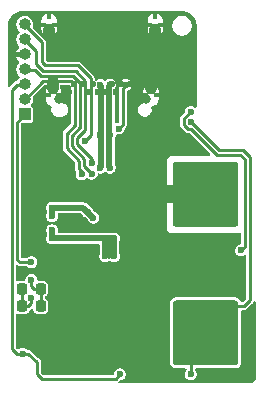
<source format=gbr>
%TF.GenerationSoftware,KiCad,Pcbnew,9.0.4*%
%TF.CreationDate,2025-09-03T13:38:36-07:00*%
%TF.ProjectId,k1-aioc,6b312d61-696f-4632-9e6b-696361645f70,rev?*%
%TF.SameCoordinates,Original*%
%TF.FileFunction,Copper,L2,Bot*%
%TF.FilePolarity,Positive*%
%FSLAX46Y46*%
G04 Gerber Fmt 4.6, Leading zero omitted, Abs format (unit mm)*
G04 Created by KiCad (PCBNEW 9.0.4) date 2025-09-03 13:38:36*
%MOMM*%
%LPD*%
G01*
G04 APERTURE LIST*
G04 Aperture macros list*
%AMRoundRect*
0 Rectangle with rounded corners*
0 $1 Rounding radius*
0 $2 $3 $4 $5 $6 $7 $8 $9 X,Y pos of 4 corners*
0 Add a 4 corners polygon primitive as box body*
4,1,4,$2,$3,$4,$5,$6,$7,$8,$9,$2,$3,0*
0 Add four circle primitives for the rounded corners*
1,1,$1+$1,$2,$3*
1,1,$1+$1,$4,$5*
1,1,$1+$1,$6,$7*
1,1,$1+$1,$8,$9*
0 Add four rect primitives between the rounded corners*
20,1,$1+$1,$2,$3,$4,$5,0*
20,1,$1+$1,$4,$5,$6,$7,0*
20,1,$1+$1,$6,$7,$8,$9,0*
20,1,$1+$1,$8,$9,$2,$3,0*%
G04 Aperture macros list end*
%TA.AperFunction,ComponentPad*%
%ADD10C,0.600000*%
%TD*%
%TA.AperFunction,ComponentPad*%
%ADD11O,1.000000X1.600000*%
%TD*%
%TA.AperFunction,ComponentPad*%
%ADD12C,0.800000*%
%TD*%
%TA.AperFunction,ComponentPad*%
%ADD13R,1.000000X1.000000*%
%TD*%
%TA.AperFunction,ComponentPad*%
%ADD14O,1.000000X1.000000*%
%TD*%
%TA.AperFunction,SMDPad,CuDef*%
%ADD15RoundRect,0.218750X0.218750X0.256250X-0.218750X0.256250X-0.218750X-0.256250X0.218750X-0.256250X0*%
%TD*%
%TA.AperFunction,SMDPad,CuDef*%
%ADD16RoundRect,0.218750X-0.218750X-0.256250X0.218750X-0.256250X0.218750X0.256250X-0.218750X0.256250X0*%
%TD*%
%TA.AperFunction,ViaPad*%
%ADD17C,0.600000*%
%TD*%
%TA.AperFunction,Conductor*%
%ADD18C,0.250000*%
%TD*%
%TA.AperFunction,Conductor*%
%ADD19C,0.500000*%
%TD*%
G04 APERTURE END LIST*
D10*
%TO.P,J1,B12,GND*%
%TO.N,GND*%
X114300000Y-86830000D03*
%TO.P,J1,B1,GND*%
X108700000Y-86830000D03*
%TO.P,J1,B2,SSTXp2*%
%TO.N,unconnected-(J1-SSTXp2-PadB2)*%
X109100000Y-86130000D03*
%TO.P,J1,B11,SSRXp1*%
%TO.N,unconnected-(J1-SSRXp1-PadB11)*%
X113900000Y-86130000D03*
%TO.P,J1,B3,SSIXn2*%
%TO.N,unconnected-(J1-SSIXn2-PadB3)*%
X109900000Y-86130000D03*
%TO.P,J1,B10,SSRXn1*%
%TO.N,unconnected-(J1-SSRXn1-PadB10)*%
X113100000Y-86130000D03*
%TO.P,J1,B5,CC2*%
%TO.N,Net-(J1-CC2)*%
X110700000Y-86130000D03*
%TO.P,J1,B8,SUB2*%
%TO.N,unconnected-(J1-SUB2-PadB8)*%
X112300000Y-86130000D03*
%TO.P,J1,B4,VBUS*%
%TO.N,/VBUS*%
X110300000Y-86830000D03*
%TO.P,J1,B9,VBUS*%
X112700000Y-86830000D03*
%TO.P,J1,B6,DP2*%
%TO.N,/USB-DP*%
X111100000Y-86830000D03*
%TO.P,J1,B7,DN2*%
%TO.N,/USB-DN*%
X111900000Y-86830000D03*
D11*
%TO.P,J1,25,25*%
%TO.N,GND*%
X107370000Y-86230000D03*
X115630000Y-86230000D03*
X107010000Y-81840000D03*
X115990000Y-81840000D03*
D12*
%TO.P,J1,*%
%TO.N,*%
X115170000Y-87480000D03*
X107830000Y-87480000D03*
%TD*%
D13*
%TO.P,J2,1,Pin_1*%
%TO.N,/BOOT0*%
X104925000Y-88750000D03*
D14*
%TO.P,J2,2,Pin_2*%
%TO.N,/SWO*%
X104925000Y-87480000D03*
%TO.P,J2,3,Pin_3*%
%TO.N,/NRST*%
X104925000Y-86210000D03*
%TO.P,J2,4,Pin_4*%
%TO.N,/SWDIO*%
X104925000Y-84940000D03*
%TO.P,J2,5,Pin_5*%
%TO.N,GND*%
X104925000Y-83670000D03*
%TO.P,J2,6,Pin_6*%
%TO.N,/SWCLK*%
X104925000Y-82400000D03*
%TO.P,J2,7,Pin_7*%
%TO.N,+3V3*%
X104925000Y-81130000D03*
%TD*%
D15*
%TO.P,D4,1,K*%
%TO.N,Net-(D1-A)*%
X106287500Y-105000000D03*
%TO.P,D4,2,A*%
%TO.N,Net-(D1-K)*%
X104712500Y-105000000D03*
%TD*%
D16*
%TO.P,D3,1,K*%
%TO.N,Net-(D1-K)*%
X104712500Y-103500000D03*
%TO.P,D3,2,A*%
%TO.N,Net-(D1-A)*%
X106287500Y-103500000D03*
%TD*%
D17*
%TO.N,GND*%
X114250000Y-106250000D03*
X115500000Y-97500000D03*
X113000270Y-83951369D03*
X105800000Y-94750000D03*
X116500000Y-94500000D03*
X118950000Y-83250000D03*
X107750000Y-107500000D03*
X115000000Y-102000000D03*
X113000000Y-96500000D03*
X110000000Y-100250000D03*
X118950000Y-84750000D03*
X109250000Y-103750000D03*
X112250000Y-102000000D03*
X107250000Y-89750000D03*
X113750000Y-110000000D03*
X110750000Y-107500000D03*
X112000000Y-97500000D03*
X105250000Y-89769502D03*
X105500000Y-98000000D03*
X110000000Y-98250000D03*
X114000000Y-99000000D03*
X116000270Y-83951369D03*
X117000000Y-92000000D03*
X109250000Y-102750000D03*
X114500000Y-101000000D03*
X107000000Y-83950000D03*
X105500000Y-99750000D03*
X117250000Y-103750000D03*
X110000000Y-101000000D03*
X106750000Y-107500000D03*
X114000000Y-92000000D03*
X113000000Y-97500000D03*
X113000000Y-102000000D03*
X106250000Y-89750000D03*
X114500000Y-86250000D03*
X107250000Y-104750000D03*
X121750000Y-100500000D03*
X116500000Y-95500000D03*
X111750000Y-107502432D03*
X114750000Y-98250000D03*
X115750000Y-110000000D03*
X114000000Y-96500000D03*
X113750000Y-108500000D03*
X114499400Y-83950576D03*
X112000000Y-96500000D03*
X108500270Y-83951369D03*
X105200000Y-94750000D03*
X116500000Y-103000000D03*
X111500270Y-83951369D03*
X122750000Y-101250000D03*
X115500000Y-99000000D03*
X109250000Y-110000000D03*
X111000000Y-96500000D03*
X115500000Y-101000000D03*
X111500000Y-102000000D03*
X118950000Y-86250000D03*
X109250000Y-104750000D03*
X115500000Y-92000000D03*
X118950000Y-87750000D03*
X110000270Y-83951369D03*
X122750000Y-102750000D03*
X115750000Y-106250000D03*
%TO.N,/SWCLK*%
X110600000Y-92866006D03*
%TO.N,/SWDIO*%
X110600000Y-93774076D03*
%TO.N,/USB-DP*%
X111350000Y-86250000D03*
X111350000Y-90500000D03*
X111350000Y-93250000D03*
%TO.N,/USB-DN*%
X112150000Y-86250000D03*
X112150000Y-90500000D03*
X112150000Y-93250000D03*
%TO.N,+3V3*%
X110274500Y-97000000D03*
X110000000Y-91000000D03*
X110750000Y-97500000D03*
X107250000Y-96650000D03*
X107250000Y-97350000D03*
%TO.N,+3.3VA*%
X111750000Y-99250000D03*
X112500000Y-99250000D03*
X107250000Y-99250000D03*
X111750000Y-100750000D03*
X107250000Y-98550000D03*
X112500000Y-100750000D03*
%TO.N,GND*%
X113500000Y-86250000D03*
X112899500Y-89942499D03*
%TO.N,/RADIO-RX-PTT1*%
X119000000Y-110750000D03*
X119011829Y-89364195D03*
%TO.N,/RADIO-TX*%
X123250000Y-100250000D03*
X119003182Y-88547732D03*
%TO.N,/NRST*%
X113000000Y-110750000D03*
X104750000Y-109000000D03*
%TO.N,/SWO*%
X109750000Y-93819338D03*
%TO.N,/BOOT0*%
X105500000Y-101250000D03*
%TO.N,Net-(D1-K)*%
X105500000Y-104250000D03*
%TO.N,Net-(D1-A)*%
X105500000Y-102750000D03*
%TD*%
D18*
%TO.N,/SWCLK*%
X105925000Y-83420000D02*
X104925000Y-82420000D01*
X109247792Y-85050000D02*
X106505408Y-85050000D01*
X110600000Y-92483884D02*
X109375000Y-91258884D01*
X110600000Y-92866006D02*
X110600000Y-92483884D01*
X109375000Y-91258884D02*
X109375000Y-90741116D01*
X110075500Y-90040616D02*
X110075500Y-85877708D01*
X106505408Y-85050000D02*
X105925000Y-84469592D01*
X109375000Y-90741116D02*
X110075500Y-90040616D01*
X110075500Y-85877708D02*
X109247792Y-85050000D01*
X105925000Y-84469592D02*
X105925000Y-83420000D01*
%TO.N,/SWDIO*%
X109061396Y-85500000D02*
X106319012Y-85500000D01*
X109625500Y-86064104D02*
X109061396Y-85500000D01*
X109625500Y-89854220D02*
X109625500Y-86064104D01*
X109975000Y-92495280D02*
X108925000Y-91445280D01*
X108925000Y-90554720D02*
X109625500Y-89854220D01*
X110600000Y-93774076D02*
X109975000Y-93149076D01*
X109975000Y-93149076D02*
X109975000Y-92495280D01*
X105779012Y-84960000D02*
X104925000Y-84960000D01*
X106319012Y-85500000D02*
X105779012Y-84960000D01*
X108925000Y-91445280D02*
X108925000Y-90554720D01*
D19*
%TO.N,/USB-DP*%
X111400000Y-86300000D02*
X111400000Y-93200000D01*
X111350000Y-86250000D02*
X111400000Y-86300000D01*
X111400000Y-93200000D02*
X111350000Y-93250000D01*
%TO.N,/USB-DN*%
X112100000Y-93200000D02*
X112150000Y-93250000D01*
X112100000Y-86300000D02*
X112100000Y-93200000D01*
X112150000Y-86250000D02*
X112100000Y-86300000D01*
D18*
%TO.N,+3V3*%
X106691804Y-84600000D02*
X109434188Y-84600000D01*
X104925000Y-81150000D02*
X106375000Y-82600000D01*
D19*
X110274500Y-97000000D02*
X110250000Y-97000000D01*
X107250000Y-96650000D02*
X107250000Y-97350000D01*
D18*
X110525500Y-90474500D02*
X110000000Y-91000000D01*
X106375000Y-82600000D02*
X106375000Y-84283196D01*
X110525500Y-85691312D02*
X110525500Y-90474500D01*
D19*
X110250000Y-97000000D02*
X110750000Y-97500000D01*
X107250000Y-96650000D02*
X109900000Y-96650000D01*
D18*
X109434188Y-84600000D02*
X110525500Y-85691312D01*
D19*
X109900000Y-96650000D02*
X110750000Y-97500000D01*
D18*
X106375000Y-84283196D02*
X106691804Y-84600000D01*
D19*
%TO.N,+3.3VA*%
X112500000Y-99250000D02*
X112500000Y-100750000D01*
X107250000Y-99250000D02*
X107250000Y-98550000D01*
X112100000Y-99250000D02*
X112100000Y-100750000D01*
X111750000Y-99250000D02*
X112250000Y-99250000D01*
X111750000Y-99250000D02*
X111750000Y-100750000D01*
X111750000Y-99250000D02*
X107250000Y-99250000D01*
X112250000Y-99250000D02*
X112500000Y-99250000D01*
D18*
%TO.N,*%
X113250000Y-86500000D02*
X113250000Y-89591999D01*
X113500000Y-86250000D02*
X113250000Y-86500000D01*
X113250000Y-89591999D02*
X112899500Y-89942499D01*
%TO.N,/RADIO-RX-PTT1*%
X124000000Y-92363604D02*
X123386396Y-91750000D01*
X121397634Y-91750000D02*
X119011829Y-89364195D01*
X124000000Y-103750000D02*
X124000000Y-92363604D01*
X123386396Y-91750000D02*
X121397634Y-91750000D01*
X123500000Y-105000000D02*
X122500000Y-105000000D01*
X124000000Y-104500000D02*
X123500000Y-105000000D01*
X124000000Y-103750000D02*
X124000000Y-104500000D01*
X119000000Y-110750000D02*
X119000000Y-109000000D01*
%TO.N,/RADIO-TX*%
X118739195Y-89989195D02*
X118386829Y-89636829D01*
X123200000Y-92200000D02*
X121211238Y-92200000D01*
X123550000Y-92550000D02*
X123200000Y-92200000D01*
X118386829Y-89636829D02*
X118386829Y-89105311D01*
X118386829Y-89105311D02*
X118944408Y-88547732D01*
X118944408Y-88547732D02*
X119003182Y-88547732D01*
X123550000Y-99950000D02*
X123550000Y-92550000D01*
X121211238Y-92200000D02*
X119000433Y-89989195D01*
X123250000Y-100250000D02*
X123550000Y-99950000D01*
X119000433Y-89989195D02*
X118739195Y-89989195D01*
%TO.N,/NRST*%
X104750000Y-109000000D02*
X105250000Y-109000000D01*
X106375000Y-111125000D02*
X106000000Y-110750000D01*
X113000000Y-110750000D02*
X112625000Y-111125000D01*
X104925000Y-86230000D02*
X104270000Y-86230000D01*
X103850000Y-108600000D02*
X103850000Y-106500000D01*
X106000000Y-110750000D02*
X106000000Y-109750000D01*
X104250000Y-109000000D02*
X103850000Y-108600000D01*
X105875000Y-109625000D02*
X105250000Y-109000000D01*
X112625000Y-111125000D02*
X106375000Y-111125000D01*
X103850000Y-86650000D02*
X103850000Y-106600000D01*
X104270000Y-86230000D02*
X103850000Y-86650000D01*
X106000000Y-109750000D02*
X105875000Y-109625000D01*
X105250000Y-109000000D02*
X104250000Y-109000000D01*
%TO.N,/SWO*%
X108475000Y-90368324D02*
X109175500Y-89667824D01*
X108875000Y-85950000D02*
X106475000Y-85950000D01*
X109175500Y-86250500D02*
X108875000Y-85950000D01*
X109525000Y-92681676D02*
X108475000Y-91631676D01*
X106475000Y-85950000D02*
X104925000Y-87500000D01*
X109750000Y-93560472D02*
X109525000Y-93335472D01*
X109525000Y-93335472D02*
X109525000Y-92681676D01*
X108475000Y-91631676D02*
X108475000Y-90368324D01*
X109750000Y-93819338D02*
X109750000Y-93560472D01*
X109175500Y-89667824D02*
X109175500Y-86250500D01*
%TO.N,/BOOT0*%
X104300000Y-101050000D02*
X104500000Y-101250000D01*
X104300000Y-89395000D02*
X104300000Y-101050000D01*
X104925000Y-88770000D02*
X104300000Y-89395000D01*
X104500000Y-101250000D02*
X105500000Y-101250000D01*
%TO.N,Net-(D1-K)*%
X104712500Y-103500000D02*
X104712500Y-105000000D01*
X105250000Y-105000000D02*
X104712500Y-105000000D01*
X105500000Y-104750000D02*
X105250000Y-105000000D01*
X105500000Y-104250000D02*
X105500000Y-104750000D01*
%TO.N,Net-(D1-A)*%
X106287500Y-103500000D02*
X106287500Y-105000000D01*
X105500000Y-102750000D02*
X105500000Y-103250000D01*
X105750000Y-103500000D02*
X106287500Y-103500000D01*
X105500000Y-103250000D02*
X105750000Y-103500000D01*
%TD*%
%TA.AperFunction,Conductor*%
%TO.N,GND*%
G36*
X118253875Y-80000804D02*
G01*
X118423172Y-80014128D01*
X118432587Y-80015326D01*
X118469395Y-80021816D01*
X118475258Y-80023035D01*
X118621073Y-80058043D01*
X118631786Y-80061267D01*
X118657816Y-80070741D01*
X118661706Y-80072254D01*
X118810068Y-80133707D01*
X118823904Y-80140758D01*
X118977796Y-80235063D01*
X118990361Y-80244192D01*
X119127608Y-80361412D01*
X119138590Y-80372394D01*
X119255807Y-80509638D01*
X119264938Y-80522206D01*
X119359239Y-80676091D01*
X119366292Y-80689933D01*
X119427718Y-80838230D01*
X119429283Y-80842255D01*
X119438723Y-80868191D01*
X119441959Y-80878940D01*
X119476956Y-81024712D01*
X119478187Y-81030632D01*
X119484671Y-81067405D01*
X119485870Y-81076828D01*
X119499195Y-81246124D01*
X119499500Y-81253892D01*
X119499500Y-88097229D01*
X119480593Y-88155420D01*
X119431093Y-88191384D01*
X119369907Y-88191384D01*
X119330498Y-88167234D01*
X119310496Y-88147232D01*
X119310493Y-88147230D01*
X119310491Y-88147228D01*
X119196371Y-88081341D01*
X119196373Y-88081341D01*
X119146981Y-88068107D01*
X119069074Y-88047232D01*
X118937290Y-88047232D01*
X118859382Y-88068107D01*
X118809991Y-88081341D01*
X118695872Y-88147228D01*
X118602678Y-88240422D01*
X118536791Y-88354541D01*
X118502682Y-88481841D01*
X118502682Y-88488123D01*
X118483775Y-88546314D01*
X118473686Y-88558126D01*
X118126364Y-88905448D01*
X118126360Y-88905453D01*
X118083511Y-88979671D01*
X118083510Y-88979671D01*
X118083511Y-88979672D01*
X118062823Y-89056881D01*
X118061329Y-89062458D01*
X118061329Y-89593976D01*
X118061329Y-89679682D01*
X118071499Y-89717638D01*
X118083512Y-89762472D01*
X118126360Y-89836686D01*
X118126364Y-89836691D01*
X118478728Y-90189054D01*
X118478730Y-90189057D01*
X118539333Y-90249660D01*
X118571097Y-90267999D01*
X118613556Y-90292513D01*
X118696339Y-90314695D01*
X118696341Y-90314696D01*
X118696342Y-90314696D01*
X118788111Y-90314696D01*
X118788127Y-90314695D01*
X118824598Y-90314695D01*
X118882789Y-90333602D01*
X118894602Y-90343691D01*
X120631907Y-92080996D01*
X120659684Y-92135513D01*
X120650113Y-92195945D01*
X120606848Y-92239210D01*
X120561903Y-92250000D01*
X117250000Y-92250000D01*
X117000000Y-92500000D01*
X117000000Y-94750000D01*
X117500000Y-94750000D01*
X117500000Y-96250000D01*
X117000000Y-96250000D01*
X117000000Y-98502475D01*
X117000001Y-98502476D01*
X117249998Y-98749999D01*
X117250000Y-98750000D01*
X123125500Y-98750000D01*
X123183691Y-98768907D01*
X123219655Y-98818407D01*
X123224500Y-98849000D01*
X123224500Y-99662711D01*
X123205593Y-99720902D01*
X123156093Y-99756866D01*
X123151125Y-99758337D01*
X123056814Y-99783608D01*
X123056812Y-99783608D01*
X123056808Y-99783610D01*
X122942690Y-99849496D01*
X122849496Y-99942690D01*
X122783609Y-100056809D01*
X122783608Y-100056814D01*
X122749500Y-100184108D01*
X122749500Y-100315892D01*
X122779579Y-100428151D01*
X122783609Y-100443190D01*
X122849496Y-100557309D01*
X122849498Y-100557311D01*
X122849500Y-100557314D01*
X122942686Y-100650500D01*
X122942688Y-100650501D01*
X122942690Y-100650503D01*
X123056810Y-100716390D01*
X123056808Y-100716390D01*
X123056812Y-100716391D01*
X123056814Y-100716392D01*
X123184108Y-100750500D01*
X123184110Y-100750500D01*
X123315890Y-100750500D01*
X123315892Y-100750500D01*
X123443186Y-100716392D01*
X123526001Y-100668578D01*
X123585847Y-100655857D01*
X123641743Y-100680743D01*
X123672336Y-100733731D01*
X123674500Y-100754315D01*
X123674500Y-104324165D01*
X123655593Y-104382356D01*
X123645503Y-104394169D01*
X123396968Y-104642703D01*
X123342452Y-104670480D01*
X123282020Y-104660909D01*
X123238755Y-104617644D01*
X123232231Y-104601444D01*
X123225605Y-104579602D01*
X123206792Y-104534184D01*
X123182815Y-104489324D01*
X123156471Y-104449896D01*
X123133759Y-104420658D01*
X123133756Y-104420654D01*
X123109812Y-104393997D01*
X123109810Y-104393995D01*
X123109794Y-104393977D01*
X123103486Y-104387201D01*
X123103483Y-104387199D01*
X123103481Y-104387196D01*
X123102060Y-104386210D01*
X123091370Y-104377277D01*
X123091321Y-104377331D01*
X123091310Y-104377346D01*
X123091309Y-104377345D01*
X123091229Y-104377434D01*
X123089427Y-104375800D01*
X123050104Y-104343529D01*
X123022567Y-104325130D01*
X123010676Y-104317185D01*
X123010673Y-104317183D01*
X123010671Y-104317182D01*
X122965822Y-104293210D01*
X122965817Y-104293208D01*
X122965812Y-104293205D01*
X122956941Y-104289530D01*
X122920391Y-104274391D01*
X122920392Y-104274391D01*
X122871714Y-104259626D01*
X122812791Y-104247906D01*
X122787613Y-104244171D01*
X122763038Y-104241751D01*
X122763029Y-104241750D01*
X122757575Y-104241482D01*
X122737590Y-104240500D01*
X117762410Y-104240500D01*
X117744241Y-104241392D01*
X117736970Y-104241750D01*
X117736965Y-104241750D01*
X117712413Y-104244169D01*
X117712406Y-104244169D01*
X117712394Y-104244171D01*
X117712385Y-104244172D01*
X117712371Y-104244174D01*
X117687239Y-104247901D01*
X117687196Y-104247908D01*
X117628295Y-104259623D01*
X117628275Y-104259628D01*
X117579608Y-104274391D01*
X117534203Y-104293198D01*
X117534176Y-104293210D01*
X117489320Y-104317186D01*
X117449902Y-104343523D01*
X117449891Y-104343531D01*
X117410566Y-104375805D01*
X117375801Y-104410570D01*
X117343531Y-104449891D01*
X117317185Y-104489323D01*
X117293202Y-104534192D01*
X117293198Y-104534201D01*
X117274390Y-104579613D01*
X117274389Y-104579616D01*
X117259627Y-104628278D01*
X117256211Y-104645455D01*
X117247907Y-104687203D01*
X117246030Y-104699860D01*
X117244171Y-104712394D01*
X117244168Y-104712415D01*
X117241751Y-104736960D01*
X117241750Y-104736973D01*
X117240500Y-104762409D01*
X117240500Y-109737590D01*
X117241482Y-109757575D01*
X117241750Y-109763029D01*
X117241751Y-109763038D01*
X117244171Y-109787610D01*
X117244171Y-109787616D01*
X117247906Y-109812791D01*
X117259626Y-109871713D01*
X117259626Y-109871715D01*
X117274391Y-109920392D01*
X117290861Y-109960155D01*
X117293205Y-109965812D01*
X117293208Y-109965817D01*
X117293210Y-109965822D01*
X117316246Y-110008919D01*
X117317185Y-110010676D01*
X117330531Y-110030650D01*
X117343528Y-110050103D01*
X117343530Y-110050105D01*
X117375804Y-110089431D01*
X117410569Y-110124196D01*
X117449896Y-110156471D01*
X117489324Y-110182815D01*
X117489327Y-110182817D01*
X117508432Y-110193028D01*
X117534184Y-110206792D01*
X117579602Y-110225605D01*
X117628283Y-110240373D01*
X117687203Y-110252093D01*
X117687210Y-110252094D01*
X117687220Y-110252096D01*
X117698498Y-110253768D01*
X117712394Y-110255829D01*
X117736975Y-110258250D01*
X117762410Y-110259500D01*
X118543679Y-110259500D01*
X118601870Y-110278407D01*
X118637834Y-110327907D01*
X118637834Y-110389093D01*
X118613684Y-110428501D01*
X118599500Y-110442686D01*
X118599497Y-110442689D01*
X118599496Y-110442690D01*
X118533609Y-110556809D01*
X118521974Y-110600232D01*
X118499500Y-110684108D01*
X118499500Y-110815892D01*
X118499867Y-110817261D01*
X118533609Y-110943190D01*
X118599496Y-111057309D01*
X118599498Y-111057311D01*
X118599500Y-111057314D01*
X118692686Y-111150500D01*
X118692688Y-111150501D01*
X118692690Y-111150503D01*
X118806810Y-111216390D01*
X118806808Y-111216390D01*
X118806812Y-111216391D01*
X118806814Y-111216392D01*
X118934108Y-111250500D01*
X118934110Y-111250500D01*
X119065890Y-111250500D01*
X119065892Y-111250500D01*
X119193186Y-111216392D01*
X119193188Y-111216390D01*
X119193190Y-111216390D01*
X119307309Y-111150503D01*
X119307309Y-111150502D01*
X119307314Y-111150500D01*
X119400500Y-111057314D01*
X119430398Y-111005529D01*
X119466390Y-110943190D01*
X119466390Y-110943188D01*
X119466392Y-110943186D01*
X119500500Y-110815892D01*
X119500500Y-110684108D01*
X119466392Y-110556814D01*
X119466390Y-110556811D01*
X119466390Y-110556809D01*
X119400503Y-110442690D01*
X119400501Y-110442688D01*
X119400500Y-110442686D01*
X119386315Y-110428501D01*
X119358540Y-110373987D01*
X119368111Y-110313555D01*
X119411376Y-110270290D01*
X119456321Y-110259500D01*
X122737576Y-110259500D01*
X122737590Y-110259500D01*
X122763026Y-110258250D01*
X122787606Y-110255829D01*
X122812796Y-110252093D01*
X122871716Y-110240373D01*
X122920397Y-110225605D01*
X122965815Y-110206792D01*
X123010675Y-110182815D01*
X123050103Y-110156471D01*
X123089430Y-110124196D01*
X123124196Y-110089430D01*
X123156471Y-110050103D01*
X123182815Y-110010675D01*
X123201134Y-109978505D01*
X123216612Y-109946154D01*
X123220471Y-109937700D01*
X123220831Y-109936039D01*
X123224990Y-109922776D01*
X123224890Y-109922746D01*
X123224892Y-109922739D01*
X123224780Y-109922699D01*
X123225588Y-109920437D01*
X123225597Y-109920417D01*
X123240372Y-109871718D01*
X123252092Y-109812800D01*
X123252094Y-109812791D01*
X123255051Y-109792856D01*
X123255830Y-109787606D01*
X123258251Y-109763024D01*
X123259500Y-109737590D01*
X123259500Y-105424500D01*
X123278407Y-105366309D01*
X123327907Y-105330345D01*
X123358500Y-105325500D01*
X123542851Y-105325500D01*
X123542853Y-105325500D01*
X123625639Y-105303318D01*
X123625641Y-105303316D01*
X123625643Y-105303316D01*
X123699857Y-105260468D01*
X123699857Y-105260467D01*
X123699862Y-105260465D01*
X124199859Y-104760466D01*
X124199862Y-104760465D01*
X124260465Y-104699862D01*
X124301791Y-104628283D01*
X124303318Y-104625639D01*
X124306413Y-104614087D01*
X124308622Y-104608584D01*
X124324612Y-104589436D01*
X124338196Y-104568519D01*
X124343914Y-104566323D01*
X124347842Y-104561621D01*
X124372033Y-104555529D01*
X124395317Y-104546591D01*
X124401233Y-104548176D01*
X124407175Y-104546680D01*
X124430323Y-104555969D01*
X124454417Y-104562425D01*
X124458272Y-104567186D01*
X124463958Y-104569468D01*
X124477225Y-104590589D01*
X124492924Y-104609975D01*
X124494398Y-104617929D01*
X124496503Y-104621280D01*
X124496106Y-104627146D01*
X124499500Y-104645455D01*
X124499500Y-110994443D01*
X124498877Y-111005529D01*
X124488774Y-111095182D01*
X124486025Y-111109716D01*
X124482241Y-111123840D01*
X124480058Y-111130917D01*
X124453718Y-111206193D01*
X124444099Y-111226167D01*
X124396460Y-111301985D01*
X124382638Y-111319318D01*
X124319319Y-111382637D01*
X124301986Y-111396459D01*
X124226167Y-111444099D01*
X124206194Y-111453717D01*
X124130924Y-111480055D01*
X124123845Y-111482239D01*
X124109713Y-111486025D01*
X124095181Y-111488774D01*
X124019064Y-111497351D01*
X124005527Y-111498877D01*
X123994444Y-111499500D01*
X112949834Y-111499500D01*
X112927783Y-111492335D01*
X112904888Y-111488709D01*
X112899240Y-111483061D01*
X112891643Y-111480593D01*
X112878014Y-111461834D01*
X112861624Y-111445444D01*
X112860374Y-111437556D01*
X112855679Y-111431093D01*
X112855679Y-111407906D01*
X112852053Y-111385012D01*
X112855679Y-111377895D01*
X112855679Y-111369907D01*
X112879831Y-111330496D01*
X112930832Y-111279496D01*
X112985349Y-111251719D01*
X113000835Y-111250500D01*
X113065890Y-111250500D01*
X113065892Y-111250500D01*
X113193186Y-111216392D01*
X113193188Y-111216390D01*
X113193190Y-111216390D01*
X113307309Y-111150503D01*
X113307309Y-111150502D01*
X113307314Y-111150500D01*
X113400500Y-111057314D01*
X113430398Y-111005529D01*
X113466390Y-110943190D01*
X113466390Y-110943188D01*
X113466392Y-110943186D01*
X113500500Y-110815892D01*
X113500500Y-110684108D01*
X113466392Y-110556814D01*
X113466390Y-110556811D01*
X113466390Y-110556809D01*
X113400503Y-110442690D01*
X113400501Y-110442688D01*
X113400500Y-110442686D01*
X113307314Y-110349500D01*
X113307311Y-110349498D01*
X113307309Y-110349496D01*
X113193189Y-110283609D01*
X113193191Y-110283609D01*
X113143482Y-110270290D01*
X113065892Y-110249500D01*
X112934108Y-110249500D01*
X112856518Y-110270290D01*
X112806809Y-110283609D01*
X112692690Y-110349496D01*
X112599496Y-110442690D01*
X112533609Y-110556809D01*
X112521974Y-110600232D01*
X112501803Y-110675515D01*
X112499500Y-110684109D01*
X112499500Y-110700500D01*
X112480593Y-110758691D01*
X112431093Y-110794655D01*
X112400500Y-110799500D01*
X106550835Y-110799500D01*
X106543237Y-110797031D01*
X106535348Y-110798281D01*
X106514692Y-110787756D01*
X106492644Y-110780593D01*
X106480831Y-110770504D01*
X106354496Y-110644169D01*
X106326719Y-110589652D01*
X106325500Y-110574165D01*
X106325500Y-109800840D01*
X106325501Y-109800827D01*
X106325501Y-109707149D01*
X106325501Y-109707147D01*
X106303318Y-109624361D01*
X106278945Y-109582147D01*
X106260465Y-109550138D01*
X106199862Y-109489535D01*
X106199860Y-109489534D01*
X106074862Y-109364535D01*
X105449862Y-108739535D01*
X105449859Y-108739533D01*
X105449857Y-108739531D01*
X105375642Y-108696683D01*
X105375644Y-108696683D01*
X105343521Y-108688076D01*
X105292853Y-108674500D01*
X105292851Y-108674500D01*
X105173322Y-108674500D01*
X105115131Y-108655593D01*
X105103319Y-108645504D01*
X105057315Y-108599500D01*
X105057309Y-108599496D01*
X104943189Y-108533609D01*
X104943191Y-108533609D01*
X104893799Y-108520375D01*
X104815892Y-108499500D01*
X104684108Y-108499500D01*
X104606200Y-108520375D01*
X104556809Y-108533609D01*
X104442684Y-108599500D01*
X104437536Y-108603451D01*
X104435847Y-108601251D01*
X104432254Y-108603077D01*
X104421201Y-108614131D01*
X104405666Y-108616591D01*
X104391647Y-108623717D01*
X104376210Y-108621256D01*
X104360769Y-108623702D01*
X104346754Y-108616561D01*
X104331224Y-108614086D01*
X104306252Y-108595925D01*
X104204496Y-108494169D01*
X104176719Y-108439652D01*
X104175500Y-108424165D01*
X104175500Y-105726182D01*
X104194407Y-105667991D01*
X104243907Y-105632027D01*
X104305093Y-105632027D01*
X104319445Y-105637972D01*
X104362580Y-105659951D01*
X104429130Y-105670491D01*
X104460751Y-105675500D01*
X104460754Y-105675500D01*
X104964249Y-105675500D01*
X104992803Y-105670976D01*
X105062420Y-105659951D01*
X105180751Y-105599658D01*
X105274658Y-105505751D01*
X105334951Y-105387420D01*
X105338130Y-105367346D01*
X105341770Y-105360201D01*
X105341776Y-105352179D01*
X105352770Y-105338611D01*
X105365904Y-105312834D01*
X105377774Y-105302703D01*
X105381943Y-105299678D01*
X105449862Y-105260465D01*
X105486520Y-105223806D01*
X105492852Y-105219213D01*
X105514871Y-105212074D01*
X105535500Y-105201564D01*
X105543423Y-105202818D01*
X105551055Y-105200345D01*
X105573067Y-105207513D01*
X105595932Y-105211135D01*
X105601604Y-105216807D01*
X105609233Y-105219292D01*
X105622827Y-105238029D01*
X105639197Y-105254399D01*
X105642056Y-105264534D01*
X105645163Y-105268816D01*
X105645158Y-105275528D01*
X105647985Y-105285547D01*
X105648891Y-105285404D01*
X105665049Y-105387419D01*
X105665050Y-105387423D01*
X105683942Y-105424500D01*
X105725342Y-105505751D01*
X105819249Y-105599658D01*
X105937580Y-105659951D01*
X106004130Y-105670491D01*
X106035751Y-105675500D01*
X106035754Y-105675500D01*
X106539249Y-105675500D01*
X106567803Y-105670976D01*
X106637420Y-105659951D01*
X106755751Y-105599658D01*
X106849658Y-105505751D01*
X106909951Y-105387420D01*
X106925500Y-105289246D01*
X106925500Y-104710754D01*
X106909951Y-104612580D01*
X106849658Y-104494249D01*
X106755751Y-104400342D01*
X106743259Y-104393977D01*
X106667054Y-104355148D01*
X106650664Y-104338758D01*
X106631907Y-104325130D01*
X106629438Y-104317531D01*
X106623790Y-104311883D01*
X106613000Y-104266939D01*
X106613000Y-104233060D01*
X106631907Y-104174869D01*
X106667051Y-104144852D01*
X106755751Y-104099658D01*
X106849658Y-104005751D01*
X106909951Y-103887420D01*
X106925500Y-103789246D01*
X106925500Y-103210754D01*
X106909951Y-103112580D01*
X106849658Y-102994249D01*
X106755751Y-102900342D01*
X106751631Y-102898243D01*
X106637423Y-102840050D01*
X106637420Y-102840049D01*
X106612876Y-102836161D01*
X106539249Y-102824500D01*
X106539246Y-102824500D01*
X106099500Y-102824500D01*
X106041309Y-102805593D01*
X106005345Y-102756093D01*
X106000500Y-102725500D01*
X106000500Y-102684109D01*
X106000500Y-102684108D01*
X105966392Y-102556814D01*
X105966390Y-102556811D01*
X105966390Y-102556809D01*
X105900503Y-102442690D01*
X105900501Y-102442688D01*
X105900500Y-102442686D01*
X105807314Y-102349500D01*
X105807311Y-102349498D01*
X105807309Y-102349496D01*
X105693189Y-102283609D01*
X105693191Y-102283609D01*
X105643799Y-102270375D01*
X105565892Y-102249500D01*
X105434108Y-102249500D01*
X105356200Y-102270375D01*
X105306809Y-102283609D01*
X105192690Y-102349496D01*
X105099496Y-102442690D01*
X105033609Y-102556809D01*
X104999500Y-102684109D01*
X104999500Y-102725500D01*
X104980593Y-102783691D01*
X104931093Y-102819655D01*
X104900500Y-102824500D01*
X104460751Y-102824500D01*
X104362580Y-102840049D01*
X104362575Y-102840050D01*
X104319444Y-102862027D01*
X104259012Y-102871598D01*
X104204496Y-102843820D01*
X104176719Y-102789303D01*
X104175500Y-102773817D01*
X104175500Y-101609977D01*
X104178769Y-101599913D01*
X104177664Y-101589392D01*
X104188011Y-101571470D01*
X104194407Y-101551786D01*
X104202967Y-101545566D01*
X104208257Y-101536405D01*
X104227161Y-101527988D01*
X104243907Y-101515822D01*
X104254488Y-101515822D01*
X104264153Y-101511519D01*
X104284396Y-101515822D01*
X104305093Y-101515822D01*
X104323994Y-101524237D01*
X104337249Y-101531890D01*
X104337251Y-101531893D01*
X104371622Y-101551737D01*
X104374361Y-101553318D01*
X104457147Y-101575501D01*
X104457149Y-101575501D01*
X104548916Y-101575501D01*
X104548932Y-101575500D01*
X105076678Y-101575500D01*
X105134869Y-101594407D01*
X105146681Y-101604496D01*
X105192684Y-101650499D01*
X105192690Y-101650503D01*
X105306810Y-101716390D01*
X105306808Y-101716390D01*
X105306812Y-101716391D01*
X105306814Y-101716392D01*
X105434108Y-101750500D01*
X105434110Y-101750500D01*
X105565890Y-101750500D01*
X105565892Y-101750500D01*
X105693186Y-101716392D01*
X105693188Y-101716390D01*
X105693190Y-101716390D01*
X105807309Y-101650503D01*
X105807309Y-101650502D01*
X105807314Y-101650500D01*
X105900500Y-101557314D01*
X105915179Y-101531890D01*
X105966390Y-101443190D01*
X105966390Y-101443188D01*
X105966392Y-101443186D01*
X106000500Y-101315892D01*
X106000500Y-101184108D01*
X105966392Y-101056814D01*
X105966390Y-101056811D01*
X105966390Y-101056809D01*
X105900503Y-100942690D01*
X105900501Y-100942688D01*
X105900500Y-100942686D01*
X105807314Y-100849500D01*
X105807311Y-100849498D01*
X105807309Y-100849496D01*
X105693189Y-100783609D01*
X105693191Y-100783609D01*
X105643799Y-100770375D01*
X105565892Y-100749500D01*
X105434108Y-100749500D01*
X105356200Y-100770375D01*
X105306809Y-100783609D01*
X105192690Y-100849496D01*
X105192684Y-100849500D01*
X105146681Y-100895504D01*
X105092164Y-100923281D01*
X105076678Y-100924500D01*
X104724500Y-100924500D01*
X104666309Y-100905593D01*
X104630345Y-100856093D01*
X104625500Y-100825500D01*
X104625500Y-98484108D01*
X106749500Y-98484108D01*
X106749500Y-98615892D01*
X106783608Y-98743186D01*
X106786234Y-98747735D01*
X106799500Y-98797238D01*
X106799500Y-99002761D01*
X106786238Y-99052259D01*
X106783608Y-99056813D01*
X106783608Y-99056814D01*
X106749500Y-99184108D01*
X106749500Y-99315892D01*
X106779579Y-99428151D01*
X106783609Y-99443190D01*
X106849496Y-99557309D01*
X106849498Y-99557311D01*
X106849500Y-99557314D01*
X106942686Y-99650500D01*
X106942688Y-99650501D01*
X106942690Y-99650503D01*
X107056810Y-99716390D01*
X107056808Y-99716390D01*
X107056812Y-99716391D01*
X107056814Y-99716392D01*
X107184108Y-99750500D01*
X107184110Y-99750500D01*
X107315890Y-99750500D01*
X107315892Y-99750500D01*
X107443186Y-99716392D01*
X107447741Y-99713761D01*
X107497239Y-99700500D01*
X111200500Y-99700500D01*
X111258691Y-99719407D01*
X111294655Y-99768907D01*
X111299500Y-99799500D01*
X111299500Y-100502761D01*
X111286238Y-100552259D01*
X111283608Y-100556813D01*
X111283608Y-100556814D01*
X111249500Y-100684108D01*
X111249500Y-100815892D01*
X111260272Y-100856093D01*
X111283609Y-100943190D01*
X111349496Y-101057309D01*
X111349498Y-101057311D01*
X111349500Y-101057314D01*
X111442686Y-101150500D01*
X111442688Y-101150501D01*
X111442690Y-101150503D01*
X111556810Y-101216390D01*
X111556808Y-101216390D01*
X111556812Y-101216391D01*
X111556814Y-101216392D01*
X111684108Y-101250500D01*
X111684110Y-101250500D01*
X111815890Y-101250500D01*
X111815892Y-101250500D01*
X111943186Y-101216392D01*
X111957379Y-101208197D01*
X112017223Y-101195474D01*
X112032500Y-101198305D01*
X112040691Y-101200500D01*
X112040692Y-101200500D01*
X112159310Y-101200500D01*
X112159310Y-101200499D01*
X112201645Y-101189156D01*
X112262746Y-101192357D01*
X112276769Y-101199045D01*
X112306814Y-101216392D01*
X112434108Y-101250500D01*
X112434110Y-101250500D01*
X112565890Y-101250500D01*
X112565892Y-101250500D01*
X112693186Y-101216392D01*
X112693188Y-101216390D01*
X112693190Y-101216390D01*
X112807309Y-101150503D01*
X112807309Y-101150502D01*
X112807314Y-101150500D01*
X112900500Y-101057314D01*
X112966392Y-100943186D01*
X113000500Y-100815892D01*
X113000500Y-100684108D01*
X112966392Y-100556814D01*
X112963761Y-100552258D01*
X112950500Y-100502761D01*
X112950500Y-99497238D01*
X112963765Y-99447735D01*
X112966392Y-99443186D01*
X113000500Y-99315892D01*
X113000500Y-99184108D01*
X112966392Y-99056814D01*
X112966390Y-99056811D01*
X112966390Y-99056809D01*
X112900503Y-98942690D01*
X112900501Y-98942688D01*
X112900500Y-98942686D01*
X112807314Y-98849500D01*
X112807311Y-98849498D01*
X112807309Y-98849496D01*
X112693189Y-98783609D01*
X112693191Y-98783609D01*
X112643799Y-98770375D01*
X112565892Y-98749500D01*
X112434108Y-98749500D01*
X112354947Y-98770711D01*
X112306813Y-98783608D01*
X112302259Y-98786238D01*
X112252761Y-98799500D01*
X111997239Y-98799500D01*
X111947741Y-98786238D01*
X111943186Y-98783608D01*
X111895053Y-98770711D01*
X111815892Y-98749500D01*
X111684108Y-98749500D01*
X111604947Y-98770711D01*
X111556813Y-98783608D01*
X111552259Y-98786238D01*
X111502761Y-98799500D01*
X107830322Y-98799500D01*
X107772131Y-98780593D01*
X107736167Y-98731093D01*
X107734695Y-98674878D01*
X107735857Y-98670538D01*
X107750500Y-98615892D01*
X107750500Y-98484108D01*
X107716392Y-98356814D01*
X107716390Y-98356811D01*
X107716390Y-98356809D01*
X107650503Y-98242690D01*
X107650501Y-98242688D01*
X107650500Y-98242686D01*
X107557314Y-98149500D01*
X107557311Y-98149498D01*
X107557309Y-98149496D01*
X107443189Y-98083609D01*
X107443191Y-98083609D01*
X107393799Y-98070375D01*
X107315892Y-98049500D01*
X107184108Y-98049500D01*
X107106200Y-98070375D01*
X107056809Y-98083609D01*
X106942690Y-98149496D01*
X106849496Y-98242690D01*
X106783609Y-98356809D01*
X106783608Y-98356814D01*
X106749500Y-98484108D01*
X104625500Y-98484108D01*
X104625500Y-96584108D01*
X106749500Y-96584108D01*
X106749500Y-96715892D01*
X106783608Y-96843186D01*
X106786234Y-96847735D01*
X106799500Y-96897238D01*
X106799500Y-97102761D01*
X106786238Y-97152259D01*
X106783608Y-97156813D01*
X106769553Y-97209267D01*
X106749500Y-97284108D01*
X106749500Y-97415892D01*
X106760544Y-97457109D01*
X106783609Y-97543190D01*
X106849496Y-97657309D01*
X106849498Y-97657311D01*
X106849500Y-97657314D01*
X106942686Y-97750500D01*
X106942688Y-97750501D01*
X106942690Y-97750503D01*
X107056810Y-97816390D01*
X107056808Y-97816390D01*
X107056812Y-97816391D01*
X107056814Y-97816392D01*
X107184108Y-97850500D01*
X107184110Y-97850500D01*
X107315890Y-97850500D01*
X107315892Y-97850500D01*
X107443186Y-97816392D01*
X107443188Y-97816390D01*
X107443190Y-97816390D01*
X107557309Y-97750503D01*
X107557309Y-97750502D01*
X107557314Y-97750500D01*
X107650500Y-97657314D01*
X107716392Y-97543186D01*
X107750500Y-97415892D01*
X107750500Y-97284108D01*
X107734695Y-97225122D01*
X107737898Y-97164021D01*
X107776403Y-97116471D01*
X107830322Y-97100500D01*
X109672389Y-97100500D01*
X109679986Y-97102968D01*
X109687876Y-97101719D01*
X109708531Y-97112243D01*
X109730580Y-97119407D01*
X109742393Y-97129496D01*
X109801660Y-97188763D01*
X109817390Y-97209263D01*
X109874000Y-97307314D01*
X109967186Y-97400500D01*
X109967188Y-97400501D01*
X110065235Y-97457109D01*
X110085739Y-97472842D01*
X110256624Y-97643728D01*
X110282245Y-97688103D01*
X110283606Y-97693182D01*
X110283609Y-97693189D01*
X110349496Y-97807309D01*
X110349498Y-97807311D01*
X110349500Y-97807314D01*
X110442686Y-97900500D01*
X110442688Y-97900501D01*
X110442690Y-97900503D01*
X110556810Y-97966390D01*
X110556808Y-97966390D01*
X110556812Y-97966391D01*
X110556814Y-97966392D01*
X110684108Y-98000500D01*
X110684110Y-98000500D01*
X110815890Y-98000500D01*
X110815892Y-98000500D01*
X110943186Y-97966392D01*
X110943188Y-97966390D01*
X110943190Y-97966390D01*
X111057309Y-97900503D01*
X111057309Y-97900502D01*
X111057314Y-97900500D01*
X111150500Y-97807314D01*
X111216392Y-97693186D01*
X111250500Y-97565892D01*
X111250500Y-97434108D01*
X111216392Y-97306814D01*
X111216390Y-97306811D01*
X111216390Y-97306809D01*
X111150503Y-97192690D01*
X111150501Y-97192688D01*
X111150500Y-97192686D01*
X111057314Y-97099500D01*
X111057311Y-97099498D01*
X111057309Y-97099496D01*
X110943189Y-97033609D01*
X110943182Y-97033606D01*
X110938103Y-97032245D01*
X110893728Y-97006624D01*
X110776843Y-96889740D01*
X110751219Y-96845356D01*
X110740894Y-96806820D01*
X110740893Y-96806817D01*
X110740892Y-96806816D01*
X110740892Y-96806814D01*
X110675000Y-96692686D01*
X110581814Y-96599500D01*
X110581811Y-96599498D01*
X110581809Y-96599496D01*
X110467689Y-96533609D01*
X110467685Y-96533607D01*
X110429140Y-96523279D01*
X110384761Y-96497657D01*
X110176614Y-96289511D01*
X110176609Y-96289507D01*
X110073890Y-96230202D01*
X110073886Y-96230200D01*
X110049673Y-96223712D01*
X110049673Y-96223713D01*
X109959309Y-96199500D01*
X109959307Y-96199500D01*
X107497239Y-96199500D01*
X107447741Y-96186238D01*
X107443186Y-96183608D01*
X107315892Y-96149500D01*
X107184108Y-96149500D01*
X107106200Y-96170375D01*
X107056809Y-96183609D01*
X106942690Y-96249496D01*
X106849496Y-96342690D01*
X106783609Y-96456809D01*
X106783608Y-96456814D01*
X106749500Y-96584108D01*
X104625500Y-96584108D01*
X104625500Y-89570835D01*
X104627968Y-89563237D01*
X104626719Y-89555348D01*
X104637243Y-89534692D01*
X104644407Y-89512644D01*
X104654496Y-89500831D01*
X104675831Y-89479496D01*
X104730348Y-89451719D01*
X104745835Y-89450500D01*
X105444747Y-89450500D01*
X105444748Y-89450500D01*
X105503231Y-89438867D01*
X105569552Y-89394552D01*
X105613867Y-89328231D01*
X105625500Y-89269748D01*
X105625500Y-88230252D01*
X105613867Y-88171769D01*
X105569552Y-88105448D01*
X105533472Y-88081340D01*
X105499786Y-88058831D01*
X105461907Y-88010781D01*
X105459505Y-87949643D01*
X105472471Y-87921516D01*
X105545775Y-87811811D01*
X105598580Y-87684328D01*
X105625500Y-87548993D01*
X105625500Y-87411007D01*
X105610741Y-87336810D01*
X105612805Y-87319362D01*
X105610057Y-87302008D01*
X105616311Y-87289731D01*
X105617931Y-87276049D01*
X105637831Y-87247494D01*
X106435189Y-86450138D01*
X106580832Y-86304496D01*
X106587948Y-86300870D01*
X106592644Y-86294407D01*
X106614693Y-86287242D01*
X106635348Y-86276719D01*
X106650835Y-86275500D01*
X106755367Y-86275500D01*
X106813558Y-86294407D01*
X106849522Y-86343907D01*
X106849522Y-86405093D01*
X106837683Y-86429501D01*
X106790432Y-86500216D01*
X106741132Y-86619236D01*
X106716000Y-86745584D01*
X106716000Y-86934999D01*
X106716001Y-86935000D01*
X107120000Y-86935000D01*
X107120000Y-87285000D01*
X106716001Y-87285000D01*
X106716000Y-87285001D01*
X106716000Y-87474415D01*
X106741132Y-87600763D01*
X106790432Y-87719784D01*
X106862005Y-87826899D01*
X106862008Y-87826903D01*
X106953096Y-87917991D01*
X106953100Y-87917994D01*
X107060217Y-87989568D01*
X107153938Y-88028388D01*
X107200464Y-88068124D01*
X107214748Y-88127619D01*
X107211680Y-88145474D01*
X107174500Y-88284234D01*
X107174500Y-88435766D01*
X107186846Y-88481841D01*
X107213720Y-88582139D01*
X107289481Y-88713360D01*
X107289483Y-88713362D01*
X107289485Y-88713365D01*
X107396635Y-88820515D01*
X107396637Y-88820516D01*
X107396639Y-88820518D01*
X107527861Y-88896279D01*
X107527859Y-88896279D01*
X107527863Y-88896280D01*
X107527865Y-88896281D01*
X107674234Y-88935500D01*
X107674236Y-88935500D01*
X108125764Y-88935500D01*
X108125766Y-88935500D01*
X108272135Y-88896281D01*
X108272137Y-88896279D01*
X108272139Y-88896279D01*
X108403360Y-88820518D01*
X108403360Y-88820517D01*
X108403365Y-88820515D01*
X108510515Y-88713365D01*
X108586281Y-88582135D01*
X108625500Y-88435766D01*
X108625500Y-88284234D01*
X108586281Y-88137865D01*
X108586279Y-88137862D01*
X108586279Y-88137860D01*
X108510518Y-88006639D01*
X108510516Y-88006637D01*
X108510515Y-88006635D01*
X108403365Y-87899485D01*
X108403362Y-87899483D01*
X108403360Y-87899481D01*
X108272138Y-87823720D01*
X108272140Y-87823720D01*
X108187099Y-87800934D01*
X108125766Y-87784500D01*
X108070925Y-87784500D01*
X108012734Y-87765593D01*
X107976770Y-87716093D01*
X107976770Y-87654907D01*
X107979461Y-87647614D01*
X107998867Y-87600763D01*
X108023999Y-87474415D01*
X108024000Y-87474411D01*
X108024000Y-87285001D01*
X108023999Y-87285000D01*
X107620000Y-87285000D01*
X107620000Y-86935000D01*
X108023999Y-86935000D01*
X108024000Y-86934999D01*
X108024000Y-86745588D01*
X108023999Y-86745584D01*
X107998867Y-86619236D01*
X107949567Y-86500216D01*
X107902317Y-86429501D01*
X107885709Y-86370613D01*
X107906887Y-86313210D01*
X107957760Y-86279217D01*
X107984633Y-86275500D01*
X108699165Y-86275500D01*
X108706762Y-86277968D01*
X108714652Y-86276719D01*
X108735307Y-86287243D01*
X108757356Y-86294407D01*
X108769169Y-86304496D01*
X108821004Y-86356331D01*
X108848781Y-86410848D01*
X108850000Y-86426335D01*
X108850000Y-89491989D01*
X108831093Y-89550180D01*
X108821004Y-89561993D01*
X108214531Y-90168466D01*
X108171683Y-90242680D01*
X108171682Y-90242685D01*
X108149500Y-90325471D01*
X108149500Y-91588823D01*
X108149500Y-91674529D01*
X108154612Y-91693607D01*
X108171683Y-91757319D01*
X108214531Y-91831533D01*
X108214533Y-91831535D01*
X108214535Y-91831538D01*
X109170505Y-92787508D01*
X109198281Y-92842023D01*
X109199500Y-92857510D01*
X109199500Y-93292619D01*
X109199500Y-93378325D01*
X109216879Y-93443186D01*
X109221683Y-93461115D01*
X109264531Y-93535329D01*
X109266986Y-93538528D01*
X109287411Y-93596204D01*
X109284072Y-93624419D01*
X109283608Y-93626152D01*
X109249500Y-93753446D01*
X109249500Y-93885230D01*
X109271480Y-93967262D01*
X109283609Y-94012528D01*
X109349496Y-94126647D01*
X109349498Y-94126649D01*
X109349500Y-94126652D01*
X109442686Y-94219838D01*
X109442688Y-94219839D01*
X109442690Y-94219841D01*
X109556810Y-94285728D01*
X109556808Y-94285728D01*
X109556812Y-94285729D01*
X109556814Y-94285730D01*
X109684108Y-94319838D01*
X109684110Y-94319838D01*
X109815890Y-94319838D01*
X109815892Y-94319838D01*
X109943186Y-94285730D01*
X109943188Y-94285728D01*
X109943190Y-94285728D01*
X110057309Y-94219841D01*
X110057309Y-94219840D01*
X110057314Y-94219838D01*
X110127629Y-94149522D01*
X110182144Y-94121747D01*
X110242576Y-94131318D01*
X110267631Y-94149521D01*
X110292686Y-94174576D01*
X110292688Y-94174577D01*
X110292690Y-94174579D01*
X110406810Y-94240466D01*
X110406808Y-94240466D01*
X110406812Y-94240467D01*
X110406814Y-94240468D01*
X110534108Y-94274576D01*
X110534110Y-94274576D01*
X110665890Y-94274576D01*
X110665892Y-94274576D01*
X110793186Y-94240468D01*
X110793188Y-94240466D01*
X110793190Y-94240466D01*
X110907309Y-94174579D01*
X110907309Y-94174578D01*
X110907314Y-94174576D01*
X111000500Y-94081390D01*
X111000503Y-94081385D01*
X111066390Y-93967266D01*
X111066390Y-93967264D01*
X111066392Y-93967262D01*
X111100500Y-93839968D01*
X111100500Y-93830321D01*
X111119407Y-93772130D01*
X111168907Y-93736166D01*
X111225122Y-93734695D01*
X111284108Y-93750500D01*
X111284109Y-93750500D01*
X111415890Y-93750500D01*
X111415892Y-93750500D01*
X111543186Y-93716392D01*
X111543188Y-93716390D01*
X111543190Y-93716390D01*
X111657309Y-93650503D01*
X111657309Y-93650502D01*
X111657314Y-93650500D01*
X111679998Y-93627815D01*
X111734513Y-93600040D01*
X111794945Y-93609611D01*
X111820000Y-93627814D01*
X111842686Y-93650500D01*
X111842688Y-93650501D01*
X111842690Y-93650503D01*
X111956810Y-93716390D01*
X111956808Y-93716390D01*
X111956812Y-93716391D01*
X111956814Y-93716392D01*
X112084108Y-93750500D01*
X112084110Y-93750500D01*
X112215890Y-93750500D01*
X112215892Y-93750500D01*
X112343186Y-93716392D01*
X112343188Y-93716390D01*
X112343190Y-93716390D01*
X112457309Y-93650503D01*
X112457309Y-93650502D01*
X112457314Y-93650500D01*
X112550500Y-93557314D01*
X112616392Y-93443186D01*
X112650500Y-93315892D01*
X112650500Y-93184108D01*
X112616392Y-93056814D01*
X112616390Y-93056811D01*
X112616390Y-93056809D01*
X112563764Y-92965659D01*
X112550500Y-92916159D01*
X112550500Y-90833840D01*
X112563763Y-90784341D01*
X112616392Y-90693186D01*
X112650500Y-90565892D01*
X112650500Y-90522954D01*
X112669407Y-90464763D01*
X112718907Y-90428799D01*
X112775122Y-90427328D01*
X112833608Y-90442999D01*
X112833609Y-90442999D01*
X112965390Y-90442999D01*
X112965392Y-90442999D01*
X113092686Y-90408891D01*
X113092688Y-90408889D01*
X113092690Y-90408889D01*
X113206809Y-90343002D01*
X113206809Y-90343001D01*
X113206814Y-90342999D01*
X113300000Y-90249813D01*
X113304118Y-90242680D01*
X113365890Y-90135689D01*
X113365890Y-90135687D01*
X113365892Y-90135685D01*
X113400000Y-90008391D01*
X113400000Y-89943333D01*
X113418907Y-89885142D01*
X113428990Y-89873335D01*
X113510465Y-89791861D01*
X113553318Y-89717638D01*
X113575500Y-89634852D01*
X113575500Y-89549146D01*
X113575500Y-88284234D01*
X114524500Y-88284234D01*
X114524500Y-88435766D01*
X114536846Y-88481841D01*
X114563720Y-88582139D01*
X114639481Y-88713360D01*
X114639483Y-88713362D01*
X114639485Y-88713365D01*
X114746635Y-88820515D01*
X114746637Y-88820516D01*
X114746639Y-88820518D01*
X114877861Y-88896279D01*
X114877859Y-88896279D01*
X114877863Y-88896280D01*
X114877865Y-88896281D01*
X115024234Y-88935500D01*
X115024236Y-88935500D01*
X115175764Y-88935500D01*
X115175766Y-88935500D01*
X115322135Y-88896281D01*
X115322137Y-88896279D01*
X115322139Y-88896279D01*
X115453360Y-88820518D01*
X115453360Y-88820517D01*
X115453365Y-88820515D01*
X115560515Y-88713365D01*
X115636281Y-88582135D01*
X115675500Y-88435766D01*
X115675500Y-88284234D01*
X115647788Y-88180810D01*
X115650990Y-88119714D01*
X115689495Y-88072164D01*
X115724101Y-88058094D01*
X115820763Y-88038867D01*
X115939784Y-87989567D01*
X116046899Y-87917994D01*
X116046903Y-87917991D01*
X116137991Y-87826903D01*
X116137994Y-87826899D01*
X116209567Y-87719784D01*
X116258867Y-87600763D01*
X116283999Y-87474415D01*
X116284000Y-87474411D01*
X116284000Y-87285001D01*
X116283999Y-87285000D01*
X115880000Y-87285000D01*
X115880000Y-86935000D01*
X116283999Y-86935000D01*
X116284000Y-86934999D01*
X116284000Y-86745588D01*
X116283999Y-86745584D01*
X116258867Y-86619236D01*
X116209567Y-86500215D01*
X116137994Y-86393100D01*
X116137991Y-86393096D01*
X116046903Y-86302008D01*
X116046899Y-86302005D01*
X115939784Y-86230432D01*
X115820765Y-86181133D01*
X115805000Y-86177997D01*
X115805000Y-86631446D01*
X115771614Y-86598060D01*
X115679728Y-86560000D01*
X115580272Y-86560000D01*
X115488386Y-86598060D01*
X115455000Y-86631446D01*
X115455000Y-86177997D01*
X115439234Y-86181133D01*
X115320215Y-86230432D01*
X115213100Y-86302005D01*
X115213096Y-86302008D01*
X115122008Y-86393096D01*
X115122005Y-86393100D01*
X115050432Y-86500215D01*
X115001132Y-86619236D01*
X114976000Y-86745584D01*
X114976000Y-86934999D01*
X114976001Y-86935000D01*
X115380000Y-86935000D01*
X115380000Y-87285000D01*
X114976001Y-87285000D01*
X114976000Y-87285001D01*
X114976000Y-87474415D01*
X115001133Y-87600764D01*
X115001133Y-87600766D01*
X115028743Y-87667422D01*
X115033544Y-87728418D01*
X115001574Y-87780587D01*
X114962903Y-87800933D01*
X114922325Y-87811806D01*
X114877860Y-87823720D01*
X114746639Y-87899481D01*
X114639481Y-88006639D01*
X114563720Y-88137860D01*
X114554634Y-88171772D01*
X114524500Y-88284234D01*
X113575500Y-88284234D01*
X113575500Y-86823890D01*
X113594407Y-86765699D01*
X113631915Y-86734517D01*
X113640104Y-86730614D01*
X113693186Y-86716392D01*
X113807314Y-86650500D01*
X113900500Y-86557314D01*
X113913765Y-86534339D01*
X113966390Y-86443190D01*
X113966390Y-86443188D01*
X113966392Y-86443186D01*
X114000500Y-86315892D01*
X114000500Y-86184108D01*
X113966392Y-86056814D01*
X113966390Y-86056811D01*
X113966390Y-86056809D01*
X113900503Y-85942690D01*
X113900501Y-85942688D01*
X113900500Y-85942686D01*
X113807314Y-85849500D01*
X113807311Y-85849498D01*
X113807309Y-85849496D01*
X113693189Y-85783609D01*
X113693191Y-85783609D01*
X113617984Y-85763458D01*
X113565892Y-85749500D01*
X113434108Y-85749500D01*
X113382016Y-85763458D01*
X113306809Y-85783609D01*
X113192690Y-85849496D01*
X113099496Y-85942690D01*
X113033609Y-86056809D01*
X113033608Y-86056814D01*
X113001138Y-86177997D01*
X112999500Y-86184109D01*
X112999500Y-86256350D01*
X112986237Y-86305850D01*
X112946681Y-86374362D01*
X112938582Y-86404585D01*
X112938583Y-86404586D01*
X112924500Y-86457147D01*
X112924500Y-89343212D01*
X112905593Y-89401403D01*
X112856093Y-89437367D01*
X112853243Y-89438245D01*
X112840384Y-89441999D01*
X112833608Y-89441999D01*
X112706314Y-89476107D01*
X112688686Y-89486284D01*
X112677243Y-89489625D01*
X112657988Y-89489045D01*
X112639147Y-89493049D01*
X112628135Y-89488145D01*
X112616086Y-89487783D01*
X112600849Y-89475995D01*
X112583252Y-89468160D01*
X112577224Y-89457719D01*
X112567691Y-89450344D01*
X112562293Y-89431853D01*
X112552662Y-89415170D01*
X112550500Y-89394592D01*
X112550500Y-86583840D01*
X112563763Y-86534341D01*
X112616392Y-86443186D01*
X112650500Y-86315892D01*
X112650500Y-86184108D01*
X112616392Y-86056814D01*
X112616390Y-86056811D01*
X112616390Y-86056809D01*
X112550503Y-85942690D01*
X112550501Y-85942688D01*
X112550500Y-85942686D01*
X112457314Y-85849500D01*
X112457311Y-85849498D01*
X112457309Y-85849496D01*
X112343189Y-85783609D01*
X112343191Y-85783609D01*
X112267984Y-85763458D01*
X112215892Y-85749500D01*
X112084108Y-85749500D01*
X112032016Y-85763458D01*
X111956809Y-85783609D01*
X111842690Y-85849496D01*
X111842684Y-85849501D01*
X111820002Y-85872183D01*
X111765485Y-85899959D01*
X111705053Y-85890387D01*
X111679998Y-85872183D01*
X111657315Y-85849501D01*
X111657309Y-85849496D01*
X111543189Y-85783609D01*
X111543191Y-85783609D01*
X111467984Y-85763458D01*
X111415892Y-85749500D01*
X111284108Y-85749500D01*
X111232016Y-85763458D01*
X111156809Y-85783609D01*
X111042690Y-85849496D01*
X111042689Y-85849497D01*
X111042686Y-85849499D01*
X111042686Y-85849500D01*
X111020001Y-85872184D01*
X110965487Y-85899960D01*
X110905055Y-85890389D01*
X110861790Y-85847124D01*
X110851000Y-85802179D01*
X110851000Y-85648461D01*
X110851000Y-85648459D01*
X110847260Y-85634500D01*
X110828818Y-85565673D01*
X110828816Y-85565670D01*
X110828816Y-85565668D01*
X110785968Y-85491454D01*
X110785966Y-85491452D01*
X110785965Y-85491450D01*
X109634050Y-84339535D01*
X109634047Y-84339533D01*
X109634045Y-84339531D01*
X109559830Y-84296683D01*
X109559832Y-84296683D01*
X109527709Y-84288076D01*
X109477041Y-84274500D01*
X109477039Y-84274500D01*
X106867637Y-84274500D01*
X106860039Y-84272031D01*
X106852149Y-84273281D01*
X106831495Y-84262757D01*
X106809446Y-84255593D01*
X106797633Y-84245503D01*
X106729496Y-84177365D01*
X106701719Y-84122848D01*
X106700500Y-84107362D01*
X106700500Y-82650840D01*
X106700501Y-82650827D01*
X106700501Y-82557146D01*
X106700500Y-82557144D01*
X106678320Y-82474368D01*
X106678319Y-82474365D01*
X106678318Y-82474362D01*
X106678314Y-82474355D01*
X106671677Y-82462857D01*
X106671673Y-82462853D01*
X106635465Y-82400138D01*
X106574862Y-82339535D01*
X106574859Y-82339533D01*
X105631198Y-81395872D01*
X105623220Y-81380215D01*
X105611295Y-81367314D01*
X105609675Y-81353631D01*
X105603421Y-81341355D01*
X105604105Y-81306552D01*
X105610445Y-81274681D01*
X105610445Y-81274679D01*
X105614580Y-81253891D01*
X105625500Y-81198993D01*
X105625500Y-81061007D01*
X105598580Y-80925672D01*
X105564019Y-80842234D01*
X105558375Y-80828608D01*
X105545777Y-80798193D01*
X105545771Y-80798182D01*
X105544035Y-80795584D01*
X106356000Y-80795584D01*
X106356000Y-80984999D01*
X106356001Y-80985000D01*
X106760000Y-80985000D01*
X106760000Y-81335000D01*
X106356001Y-81335000D01*
X106356000Y-81335001D01*
X106356000Y-81524415D01*
X106381132Y-81650763D01*
X106430432Y-81769784D01*
X106502005Y-81876899D01*
X106502008Y-81876903D01*
X106593096Y-81967991D01*
X106593100Y-81967994D01*
X106700215Y-82039567D01*
X106819233Y-82088866D01*
X106835000Y-82092001D01*
X106835000Y-81638554D01*
X106868386Y-81671940D01*
X106960272Y-81710000D01*
X107059728Y-81710000D01*
X107151614Y-81671940D01*
X107185000Y-81638554D01*
X107185000Y-82092001D01*
X107200766Y-82088866D01*
X107319784Y-82039567D01*
X107426899Y-81967994D01*
X107426903Y-81967991D01*
X107517991Y-81876903D01*
X107517994Y-81876899D01*
X107589567Y-81769784D01*
X107638867Y-81650763D01*
X107663999Y-81524415D01*
X107664000Y-81524411D01*
X107664000Y-81335001D01*
X107663999Y-81335000D01*
X107260000Y-81335000D01*
X107260000Y-80985000D01*
X107663999Y-80985000D01*
X107664000Y-80984999D01*
X107664000Y-80795588D01*
X107663999Y-80795584D01*
X115336000Y-80795584D01*
X115336000Y-80984999D01*
X115336001Y-80985000D01*
X115740000Y-80985000D01*
X115740000Y-81335000D01*
X115336001Y-81335000D01*
X115336000Y-81335001D01*
X115336000Y-81524415D01*
X115361132Y-81650763D01*
X115410432Y-81769784D01*
X115482005Y-81876899D01*
X115482008Y-81876903D01*
X115573096Y-81967991D01*
X115573100Y-81967994D01*
X115680215Y-82039567D01*
X115799233Y-82088866D01*
X115815000Y-82092001D01*
X115815000Y-81638554D01*
X115848386Y-81671940D01*
X115940272Y-81710000D01*
X116039728Y-81710000D01*
X116131614Y-81671940D01*
X116165000Y-81638554D01*
X116165000Y-82092001D01*
X116180766Y-82088866D01*
X116299784Y-82039567D01*
X116406899Y-81967994D01*
X116406903Y-81967991D01*
X116497991Y-81876903D01*
X116497994Y-81876899D01*
X116569567Y-81769784D01*
X116618867Y-81650763D01*
X116643999Y-81524415D01*
X116644000Y-81524411D01*
X116644000Y-81335001D01*
X116643999Y-81335000D01*
X116240000Y-81335000D01*
X116240000Y-81168594D01*
X117423500Y-81168594D01*
X117423500Y-81331405D01*
X117455262Y-81491080D01*
X117455262Y-81491082D01*
X117517563Y-81641492D01*
X117517563Y-81641493D01*
X117590584Y-81750775D01*
X117608016Y-81776863D01*
X117723137Y-81891984D01*
X117858505Y-81982435D01*
X118008919Y-82044738D01*
X118168597Y-82076500D01*
X118168598Y-82076500D01*
X118331402Y-82076500D01*
X118331403Y-82076500D01*
X118491081Y-82044738D01*
X118641495Y-81982435D01*
X118776863Y-81891984D01*
X118891984Y-81776863D01*
X118982435Y-81641495D01*
X119044738Y-81491081D01*
X119076500Y-81331403D01*
X119076500Y-81168597D01*
X119044738Y-81008919D01*
X119010255Y-80925670D01*
X118982436Y-80858507D01*
X118982436Y-80858506D01*
X118891984Y-80723137D01*
X118776862Y-80608015D01*
X118641492Y-80517563D01*
X118491081Y-80455262D01*
X118331405Y-80423500D01*
X118331403Y-80423500D01*
X118168597Y-80423500D01*
X118168594Y-80423500D01*
X118008919Y-80455262D01*
X118008917Y-80455262D01*
X117858507Y-80517563D01*
X117858506Y-80517563D01*
X117723137Y-80608015D01*
X117608015Y-80723137D01*
X117517563Y-80858506D01*
X117517563Y-80858507D01*
X117455262Y-81008917D01*
X117455262Y-81008919D01*
X117423500Y-81168594D01*
X116240000Y-81168594D01*
X116240000Y-80985000D01*
X116643999Y-80985000D01*
X116644000Y-80984999D01*
X116644000Y-80795588D01*
X116643999Y-80795584D01*
X116618867Y-80669236D01*
X116569567Y-80550215D01*
X116497994Y-80443100D01*
X116497991Y-80443096D01*
X116406903Y-80352008D01*
X116406899Y-80352005D01*
X116299784Y-80280432D01*
X116180765Y-80231133D01*
X116165000Y-80227997D01*
X116165000Y-80681446D01*
X116131614Y-80648060D01*
X116039728Y-80610000D01*
X115940272Y-80610000D01*
X115848386Y-80648060D01*
X115815000Y-80681446D01*
X115815000Y-80227997D01*
X115799234Y-80231133D01*
X115680215Y-80280432D01*
X115573100Y-80352005D01*
X115573096Y-80352008D01*
X115482008Y-80443096D01*
X115482005Y-80443100D01*
X115410432Y-80550215D01*
X115361132Y-80669236D01*
X115336000Y-80795584D01*
X107663999Y-80795584D01*
X107638867Y-80669236D01*
X107589567Y-80550215D01*
X107517994Y-80443100D01*
X107517991Y-80443096D01*
X107426903Y-80352008D01*
X107426899Y-80352005D01*
X107319784Y-80280432D01*
X107200765Y-80231133D01*
X107185000Y-80227997D01*
X107185000Y-80681446D01*
X107151614Y-80648060D01*
X107059728Y-80610000D01*
X106960272Y-80610000D01*
X106868386Y-80648060D01*
X106835000Y-80681446D01*
X106835000Y-80227997D01*
X106819234Y-80231133D01*
X106700215Y-80280432D01*
X106593100Y-80352005D01*
X106593096Y-80352008D01*
X106502008Y-80443096D01*
X106502005Y-80443100D01*
X106430432Y-80550215D01*
X106381132Y-80669236D01*
X106356000Y-80795584D01*
X105544035Y-80795584D01*
X105469114Y-80683458D01*
X105371541Y-80585885D01*
X105256817Y-80509228D01*
X105256806Y-80509222D01*
X105129328Y-80456420D01*
X104993995Y-80429500D01*
X104993993Y-80429500D01*
X104856007Y-80429500D01*
X104856004Y-80429500D01*
X104720672Y-80456420D01*
X104720670Y-80456420D01*
X104593193Y-80509222D01*
X104593182Y-80509228D01*
X104478458Y-80585885D01*
X104380885Y-80683458D01*
X104304228Y-80798182D01*
X104304222Y-80798193D01*
X104251420Y-80925670D01*
X104251420Y-80925672D01*
X104224500Y-81061004D01*
X104224500Y-81198995D01*
X104251420Y-81334327D01*
X104251420Y-81334329D01*
X104304222Y-81461806D01*
X104304228Y-81461817D01*
X104380885Y-81576541D01*
X104380886Y-81576542D01*
X104478458Y-81674114D01*
X104491286Y-81682685D01*
X104529165Y-81730735D01*
X104531567Y-81791873D01*
X104497574Y-81842747D01*
X104491293Y-81847309D01*
X104478458Y-81855886D01*
X104478454Y-81855889D01*
X104380885Y-81953458D01*
X104304228Y-82068182D01*
X104304222Y-82068193D01*
X104251420Y-82195670D01*
X104251420Y-82195672D01*
X104224500Y-82331004D01*
X104224500Y-82468995D01*
X104251420Y-82604327D01*
X104251420Y-82604329D01*
X104304222Y-82731806D01*
X104304228Y-82731817D01*
X104380885Y-82846541D01*
X104380893Y-82846550D01*
X104463550Y-82929206D01*
X104491328Y-82983722D01*
X104481757Y-83044155D01*
X104448557Y-83081520D01*
X104444354Y-83084328D01*
X104339333Y-83189349D01*
X104339330Y-83189353D01*
X104256817Y-83312839D01*
X104256811Y-83312851D01*
X104199976Y-83450064D01*
X104199976Y-83450066D01*
X104191037Y-83495000D01*
X104650760Y-83495000D01*
X104622149Y-83544555D01*
X104600000Y-83627213D01*
X104600000Y-83712787D01*
X104622149Y-83795445D01*
X104650760Y-83845000D01*
X104191038Y-83845000D01*
X104199976Y-83889933D01*
X104199976Y-83889935D01*
X104256811Y-84027148D01*
X104256817Y-84027160D01*
X104339330Y-84150646D01*
X104339333Y-84150650D01*
X104444350Y-84255667D01*
X104448548Y-84258472D01*
X104486428Y-84306521D01*
X104488830Y-84367660D01*
X104463551Y-84410791D01*
X104380894Y-84493448D01*
X104380885Y-84493458D01*
X104304228Y-84608182D01*
X104304222Y-84608193D01*
X104251420Y-84735670D01*
X104251420Y-84735672D01*
X104224500Y-84871004D01*
X104224500Y-85008995D01*
X104251420Y-85144327D01*
X104251420Y-85144329D01*
X104304222Y-85271806D01*
X104304228Y-85271817D01*
X104380885Y-85386541D01*
X104380886Y-85386542D01*
X104478458Y-85484114D01*
X104491286Y-85492685D01*
X104529165Y-85540735D01*
X104531567Y-85601873D01*
X104497574Y-85652747D01*
X104491293Y-85657309D01*
X104478458Y-85665886D01*
X104478454Y-85665889D01*
X104380889Y-85763454D01*
X104380886Y-85763458D01*
X104323395Y-85849500D01*
X104316044Y-85860501D01*
X104267994Y-85898380D01*
X104233729Y-85904499D01*
X104227147Y-85904499D01*
X104171956Y-85919287D01*
X104144360Y-85926682D01*
X104139446Y-85929520D01*
X104139445Y-85929519D01*
X104070136Y-85969535D01*
X104009534Y-86030137D01*
X104009535Y-86030138D01*
X103669504Y-86370169D01*
X103614987Y-86397946D01*
X103554555Y-86388375D01*
X103511290Y-86345110D01*
X103500500Y-86300165D01*
X103500500Y-81253891D01*
X103500805Y-81246124D01*
X103506906Y-81168597D01*
X103514129Y-81076821D01*
X103515325Y-81067419D01*
X103521818Y-81030597D01*
X103523035Y-81024741D01*
X103558044Y-80878922D01*
X103561271Y-80868201D01*
X103570722Y-80842234D01*
X103572267Y-80838260D01*
X103633709Y-80689926D01*
X103640749Y-80676109D01*
X103735069Y-80522193D01*
X103744187Y-80509644D01*
X103861418Y-80372384D01*
X103872384Y-80361418D01*
X104009644Y-80244187D01*
X104022199Y-80235065D01*
X104176104Y-80140752D01*
X104189926Y-80133709D01*
X104338252Y-80072271D01*
X104342237Y-80070721D01*
X104368209Y-80061268D01*
X104378912Y-80058046D01*
X104524760Y-80023031D01*
X104530591Y-80021819D01*
X104567412Y-80015326D01*
X104576824Y-80014128D01*
X104746124Y-80000804D01*
X104753891Y-80000500D01*
X105999793Y-80000500D01*
X118246109Y-80000500D01*
X118253875Y-80000804D01*
G37*
%TD.AperFunction*%
%TD*%
%TA.AperFunction,Conductor*%
%TO.N,GND*%
G36*
X122762170Y-92752421D02*
G01*
X122797142Y-92759377D01*
X122821088Y-92764140D01*
X122866508Y-92782953D01*
X122905937Y-92809298D01*
X122911927Y-92815288D01*
X122916737Y-92817382D01*
X122940702Y-92844063D01*
X122967046Y-92883491D01*
X122985859Y-92928909D01*
X122997579Y-92987827D01*
X123000000Y-93012409D01*
X123000000Y-97987590D01*
X122997579Y-98012172D01*
X122985859Y-98071090D01*
X122982617Y-98078915D01*
X122982524Y-98084157D01*
X122967046Y-98116508D01*
X122940702Y-98155936D01*
X122905936Y-98190702D01*
X122866508Y-98217046D01*
X122821090Y-98235859D01*
X122776927Y-98244643D01*
X122762170Y-98247579D01*
X122737590Y-98250000D01*
X117762410Y-98250000D01*
X117737829Y-98247579D01*
X117715173Y-98243072D01*
X117678909Y-98235859D01*
X117633491Y-98217046D01*
X117594063Y-98190702D01*
X117559298Y-98155937D01*
X117532953Y-98116508D01*
X117514140Y-98071088D01*
X117502421Y-98012170D01*
X117500000Y-97987590D01*
X117500000Y-96250000D01*
X117500000Y-93012409D01*
X117502421Y-92987829D01*
X117514140Y-92928911D01*
X117514141Y-92928909D01*
X117532953Y-92883491D01*
X117559300Y-92844059D01*
X117594059Y-92809300D01*
X117633492Y-92782952D01*
X117678909Y-92764140D01*
X117713926Y-92757175D01*
X117737830Y-92752421D01*
X117762410Y-92750000D01*
X122737590Y-92750000D01*
X122762170Y-92752421D01*
G37*
%TD.AperFunction*%
%TD*%
%TA.AperFunction,Conductor*%
%TO.N,/RADIO-RX-PTT1*%
G36*
X122762170Y-104502421D02*
G01*
X122797142Y-104509377D01*
X122821088Y-104514140D01*
X122866508Y-104532953D01*
X122905937Y-104559298D01*
X122911927Y-104565288D01*
X122916737Y-104567382D01*
X122940702Y-104594063D01*
X122967046Y-104633491D01*
X122985859Y-104678909D01*
X122997579Y-104737827D01*
X123000000Y-104762409D01*
X123000000Y-109737590D01*
X122997579Y-109762172D01*
X122985859Y-109821090D01*
X122982617Y-109828915D01*
X122982524Y-109834157D01*
X122967046Y-109866508D01*
X122940702Y-109905936D01*
X122905936Y-109940702D01*
X122866508Y-109967046D01*
X122821090Y-109985859D01*
X122776927Y-109994643D01*
X122762170Y-109997579D01*
X122737590Y-110000000D01*
X117762410Y-110000000D01*
X117737829Y-109997579D01*
X117715173Y-109993072D01*
X117678909Y-109985859D01*
X117633491Y-109967046D01*
X117594063Y-109940702D01*
X117559298Y-109905937D01*
X117532953Y-109866508D01*
X117514140Y-109821088D01*
X117502421Y-109762170D01*
X117500000Y-109737590D01*
X117500000Y-104762409D01*
X117502421Y-104737829D01*
X117514140Y-104678911D01*
X117514141Y-104678909D01*
X117532953Y-104633491D01*
X117559300Y-104594059D01*
X117594059Y-104559300D01*
X117633492Y-104532952D01*
X117678909Y-104514140D01*
X117713926Y-104507175D01*
X117737830Y-104502421D01*
X117762410Y-104500000D01*
X122737590Y-104500000D01*
X122762170Y-104502421D01*
G37*
%TD.AperFunction*%
%TD*%
M02*

</source>
